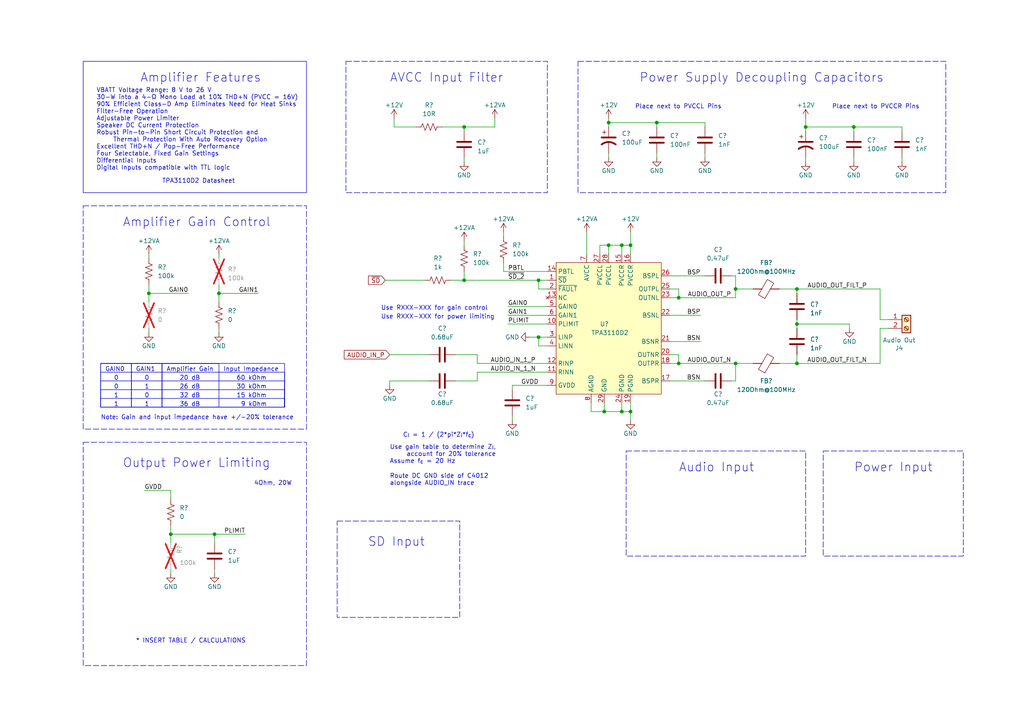
<source format=kicad_sch>
(kicad_sch (version 20230121) (generator eeschema)
  (paper "A4")
  (title_block (title "Audio Amplifier") (date "2023-07-23") (rev "V1") (company "Geeks For Kids") (comment 1 "Design for Manufacturing by JLCPCB"))
  (lib_symbols
    (symbol "Connector:Screw_Terminal_01x02" (pin_names (offset 1.016) hide)
      (property "Reference" "J" (at 0 2.54 0))
      (property "Value" "Screw_Terminal_01x02" (at 0 -5.08 0))
      (symbol "Screw_Terminal_01x02_1_1"
        (rectangle (start -1.27 1.27) (end 1.27 -3.81) (stroke (width 0.254)) (fill (type background)))
        (circle (center 0 -2.54) (radius 0.635) (stroke (width 0.1524)))
        (polyline (pts (xy -0.5334 -2.2098) (xy 0.3302 -3.048)) (stroke (width 0.1524)))
        (polyline (pts (xy -0.5334 0.3302) (xy 0.3302 -0.508)) (stroke (width 0.1524)))
        (polyline (pts (xy -0.3556 -2.032) (xy 0.508 -2.8702)) (stroke (width 0.1524)))
        (polyline (pts (xy -0.3556 0.508) (xy 0.508 -0.3302)) (stroke (width 0.1524)))
        (circle (center 0 0) (radius 0.635) (stroke (width 0.1524)))
        (pin passive line (at -5.08 0 0) (length 3.81) (name "Pin_1") (number "1"))
        (pin passive line (at -5.08 -2.54 0) (length 3.81) (name "Pin_2") (number "2"))
      )
    )
    (symbol "Device:C" (pin_numbers hide) (pin_names (offset 0.254))
      (property "Reference" "C" (at 0.635 2.54 0))
      (property "Value" "C" (at 0.635 -2.54 0))
      (symbol "C_0_1"
        (polyline (pts (xy -2.032 -0.762) (xy 2.032 -0.762)) (stroke (width 0.508)))
        (polyline (pts (xy -2.032 0.762) (xy 2.032 0.762)) (stroke (width 0.508)))
      )
      (symbol "C_1_1"
        (pin passive line (at 0 3.81 270) (length 2.794) (name "~") (number "1"))
        (pin passive line (at 0 -3.81 90) (length 2.794) (name "~") (number "2"))
      )
    )
    (symbol "Device:C_Polarized_US" (pin_numbers hide) (pin_names (offset 0.254) hide)
      (property "Reference" "C" (at 0.635 2.54 0))
      (property "Value" "C_Polarized_US" (at 0.635 -2.54 0))
      (symbol "C_Polarized_US_0_1"
        (polyline (pts (xy -2.032 0.762) (xy 2.032 0.762)) (stroke (width 0.508)))
        (polyline (pts (xy -1.778 2.286) (xy -0.762 2.286)))
        (polyline (pts (xy -1.27 1.778) (xy -1.27 2.794)))
        (arc (start 2.032 -1.27) (mid 0 -0.5572) (end -2.032 -1.27) (stroke (width 0.508)))
      )
      (symbol "C_Polarized_US_1_1"
        (pin passive line (at 0 3.81 270) (length 2.794) (name "~") (number "1"))
        (pin passive line (at 0 -3.81 90) (length 3.302) (name "~") (number "2"))
      )
    )
    (symbol "Device:FerriteBead" (pin_numbers hide) (pin_names (offset 0))
      (property "Reference" "FB" (at -3.81 0.635 90))
      (property "Value" "FerriteBead" (at 3.81 0 90))
      (symbol "FerriteBead_0_1"
        (polyline (pts (xy 0 -1.27) (xy 0 -1.2192)))
        (polyline (pts (xy 0 1.27) (xy 0 1.2954)))
        (polyline (pts (xy -2.7686 0.4064) (xy -1.7018 2.2606) (xy 2.7686 -0.3048) (xy 1.6764 -2.159) (xy -2.7686 0.4064)))
      )
      (symbol "FerriteBead_1_1"
        (pin passive line (at 0 3.81 270) (length 2.54) (name "~") (number "1"))
        (pin passive line (at 0 -3.81 90) (length 2.54) (name "~") (number "2"))
      )
    )
    (symbol "Device:R_US" (pin_numbers hide) (pin_names (offset 0))
      (property "Reference" "R" (at 2.54 0 90))
      (property "Value" "R_US" (at -2.54 0 90))
      (symbol "R_US_0_1"
        (polyline (pts (xy 0 -2.286) (xy 0 -2.54)))
        (polyline (pts (xy 0 2.286) (xy 0 2.54)))
        (polyline (pts (xy 0 -0.762) (xy 1.016 -1.143) (xy 0 -1.524) (xy -1.016 -1.905) (xy 0 -2.286)))
        (polyline (pts (xy 0 0.762) (xy 1.016 0.381) (xy 0 0) (xy -1.016 -0.381) (xy 0 -0.762)))
        (polyline (pts (xy 0 2.286) (xy 1.016 1.905) (xy 0 1.524) (xy -1.016 1.143) (xy 0 0.762)))
      )
      (symbol "R_US_1_1"
        (pin passive line (at 0 3.81 270) (length 1.27) (name "~") (number "1"))
        (pin passive line (at 0 -3.81 90) (length 1.27) (name "~") (number "2"))
      )
    )
    (symbol "Electronics_Caddy:TPA3110D2"
      (property "Reference" "U" (at 15.24 -15.24 0))
      (property "Value" "TPA3110D2" (at 15.24 -17.78 0))
      (symbol "TPA3110D2_0_1"
        (rectangle (start 0 2.54) (end 30.48 -35.56) (fill (type background)))
      )
      (symbol "TPA3110D2_1_1"
        (pin input line (at -2.54 -2.54 0) (length 2.54) (name "~{SD}") (number "1"))
        (pin input line (at -2.54 -15.24 0) (length 2.54) (name "PLIMIT") (number "10"))
        (pin input line (at -2.54 -29.21 0) (length 2.54) (name "RINN") (number "11"))
        (pin input line (at -2.54 -26.67 0) (length 2.54) (name "RINP") (number "12"))
        (pin no_connect line (at -2.54 -7.62 0) (length 2.54) (name "NC") (number "13"))
        (pin input line (at -2.54 0 0) (length 2.54) (name "PBTL") (number "14"))
        (pin power_out line (at 19.05 5.08 270) (length 2.54) (name "PVCCR") (number "15"))
        (pin power_out line (at 21.59 5.08 270) (length 2.54) (name "PVCCR") (number "16"))
        (pin input line (at 33.02 -31.75 180) (length 2.54) (name "BSPR") (number "17"))
        (pin output line (at 33.02 -26.67 180) (length 2.54) (name "OUTPR") (number "18"))
        (pin power_in line (at 21.59 -38.1 90) (length 2.54) (name "PGND") (number "19"))
        (pin open_collector line (at -2.54 -5.08 0) (length 2.54) (name "~{FAULT}") (number "2"))
        (pin output line (at 33.02 -24.13 180) (length 2.54) (name "OUTNR") (number "20"))
        (pin input line (at 33.02 -20.32 180) (length 2.54) (name "BSNR") (number "21"))
        (pin input line (at 33.02 -12.7 180) (length 2.54) (name "BSNL") (number "22"))
        (pin output line (at 33.02 -7.62 180) (length 2.54) (name "OUTNL") (number "23"))
        (pin power_in line (at 19.05 -38.1 90) (length 2.54) (name "PGND") (number "24"))
        (pin output line (at 33.02 -5.08 180) (length 2.54) (name "OUTPL") (number "25"))
        (pin input line (at 33.02 -1.27 180) (length 2.54) (name "BSPL") (number "26"))
        (pin power_in line (at 12.7 5.08 270) (length 2.54) (name "PVCCL") (number "27"))
        (pin power_in line (at 15.24 5.08 270) (length 2.54) (name "PVCCL") (number "28"))
        (pin power_in line (at 13.97 -38.1 90) (length 2.54) (name "GND") (number "29"))
        (pin input line (at -2.54 -19.05 0) (length 2.54) (name "LINP") (number "3"))
        (pin input line (at -2.54 -21.59 0) (length 2.54) (name "LINN") (number "4"))
        (pin input line (at -2.54 -10.16 0) (length 2.54) (name "GAIN0") (number "5"))
        (pin input line (at -2.54 -12.7 0) (length 2.54) (name "GAIN1") (number "6"))
        (pin power_in line (at 8.89 5.08 270) (length 2.54) (name "AVCC") (number "7"))
        (pin power_in line (at 10.16 -38.1 90) (length 2.54) (name "AGND") (number "8"))
        (pin power_out line (at -2.54 -33.02 0) (length 2.54) (name "GVDD") (number "9"))
      )
    )
    (symbol "PCM_4ms_Power-symbol:GND" (power) (pin_numbers hide) (pin_names (offset 0) hide)
      (property "Value" "GND" (at 0 -3.81 0))
      (symbol "GND_0_1"
        (polyline (pts (xy 0 0) (xy 0 -1.27) (xy 1.27 -1.27) (xy 0 -2.54) (xy -1.27 -1.27) (xy 0 -1.27)))
      )
      (symbol "GND_1_1"
        (pin power_in line (at 0 0 270) (length 0) hide (name "GND") (number "1"))
      )
    )
    (symbol "power:+12V" (power) (pin_numbers hide) (pin_names (offset 0) hide)
      (property "Value" "+12V" (at 0 3.556 0))
      (symbol "+12V_0_1"
        (polyline (pts (xy -0.762 1.27) (xy 0 2.54)))
        (polyline (pts (xy 0 0) (xy 0 2.54)))
        (polyline (pts (xy 0 2.54) (xy 0.762 1.27)))
      )
      (symbol "+12V_1_1"
        (pin power_in line (at 0 0 90) (length 0) hide (name "+12V") (number "1"))
      )
    )
    (symbol "power:+12VA" (power) (pin_numbers hide) (pin_names (offset 0) hide)
      (property "Value" "+12VA" (at 0 3.556 0))
      (symbol "+12VA_0_1"
        (polyline (pts (xy -0.762 1.27) (xy 0 2.54)))
        (polyline (pts (xy 0 0) (xy 0 2.54)))
        (polyline (pts (xy 0 2.54) (xy 0.762 1.27)))
      )
      (symbol "+12VA_1_1"
        (pin power_in line (at 0 0 90) (length 0) hide (name "+12VA") (number "1"))
      )
    )
  )
  (junction (at 213.36 83.82))
  (junction (at 231.14 83.82))
  (junction (at 180.34 119.38))
  (junction (at 62.23 154.94))
  (junction (at 182.88 119.38))
  (junction (at 196.85 86.36))
  (junction (at 175.26 119.38))
  (junction (at 233.68 36.83))
  (junction (at 180.34 71.12))
  (junction (at 134.62 36.83))
  (junction (at 176.53 35.56))
  (junction (at 190.5 35.56))
  (junction (at 231.14 93.98))
  (junction (at 176.53 71.12))
  (junction (at 156.21 97.79))
  (junction (at 63.5 85.09))
  (junction (at 134.62 81.28))
  (junction (at 213.36 105.41))
  (junction (at 247.65 36.83))
  (junction (at 43.18 85.09))
  (junction (at 156.21 81.28))
  (junction (at 196.85 105.41))
  (junction (at 231.14 105.41))
  (junction (at 182.88 71.12))
  (junction (at 49.53 154.94))
  (wire (pts (xy 196.85 105.41) (xy 213.36 105.41)))
  (wire (pts (xy 158.75 97.79) (xy 156.21 97.79)))
  (wire (pts (xy 247.65 38.1) (xy 247.65 36.83)))
  (wire (pts (xy 204.47 44.45) (xy 204.47 45.72)))
  (wire (pts (xy 173.99 73.66) (xy 173.99 71.12)))
  (wire (pts (xy 41.91 142.24) (xy 49.53 142.24)))
  (wire (pts (xy 43.18 85.09) (xy 54.61 85.09)))
  (wire (pts (xy 63.5 82.55) (xy 63.5 85.09)))
  (wire (pts (xy 233.68 36.83) (xy 247.65 36.83)))
  (wire (pts (xy 190.5 35.56) (xy 204.47 35.56)))
  (wire (pts (xy 176.53 71.12) (xy 176.53 73.66)))
  (wire (pts (xy 196.85 86.36) (xy 196.85 83.82)))
  (wire (pts (xy 182.88 67.31) (xy 182.88 71.12)))
  (wire (pts (xy 190.5 44.45) (xy 190.5 45.72)))
  (wire (pts (xy 128.27 36.83) (xy 134.62 36.83)))
  (wire (pts (xy 176.53 71.12) (xy 180.34 71.12)))
  (wire (pts (xy 62.23 157.48) (xy 62.23 154.94)))
  (wire (pts (xy 132.08 110.49) (xy 138.43 110.49)))
  (wire (pts (xy 138.43 105.41) (xy 158.75 105.41)))
  (wire (pts (xy 138.43 105.41) (xy 138.43 102.87)))
  (wire (pts (xy 182.88 119.38) (xy 182.88 121.92)))
  (wire (pts (xy 43.18 85.09) (xy 43.18 87.63)))
  (wire (pts (xy 148.59 121.92) (xy 148.59 120.65)))
  (wire (pts (xy 180.34 119.38) (xy 182.88 119.38)))
  (wire (pts (xy 114.3 34.29) (xy 114.3 36.83)))
  (wire (pts (xy 196.85 102.87) (xy 194.31 102.87)))
  (wire (pts (xy 134.62 45.72) (xy 134.62 46.99)))
  (wire (pts (xy 114.3 36.83) (xy 120.65 36.83)))
  (wire (pts (xy 171.45 119.38) (xy 175.26 119.38)))
  (wire (pts (xy 231.14 83.82) (xy 255.27 83.82)))
  (wire (pts (xy 175.26 116.84) (xy 175.26 119.38)))
  (wire (pts (xy 147.32 88.9) (xy 158.75 88.9)))
  (wire (pts (xy 247.65 36.83) (xy 261.62 36.83)))
  (wire (pts (xy 113.03 110.49) (xy 124.46 110.49)))
  (wire (pts (xy 49.53 142.24) (xy 49.53 144.78)))
  (wire (pts (xy 194.31 110.49) (xy 204.47 110.49)))
  (wire (pts (xy 182.88 71.12) (xy 182.88 73.66)))
  (wire (pts (xy 213.36 80.01) (xy 213.36 83.82)))
  (wire (pts (xy 63.5 85.09) (xy 63.5 87.63)))
  (wire (pts (xy 255.27 105.41) (xy 255.27 95.25)))
  (wire (pts (xy 113.03 102.87) (xy 124.46 102.87)))
  (wire (pts (xy 43.18 95.25) (xy 43.18 96.52)))
  (wire (pts (xy 233.68 34.29) (xy 233.68 36.83)))
  (wire (pts (xy 231.14 105.41) (xy 255.27 105.41)))
  (wire (pts (xy 148.59 113.03) (xy 148.59 111.76)))
  (wire (pts (xy 247.65 45.72) (xy 247.65 46.99)))
  (wire (pts (xy 180.34 71.12) (xy 182.88 71.12)))
  (wire (pts (xy 231.14 92.71) (xy 231.14 93.98)))
  (wire (pts (xy 148.59 111.76) (xy 158.75 111.76)))
  (wire (pts (xy 261.62 45.72) (xy 261.62 46.99)))
  (wire (pts (xy 213.36 110.49) (xy 212.09 110.49)))
  (wire (pts (xy 49.53 154.94) (xy 49.53 157.48)))
  (wire (pts (xy 62.23 154.94) (xy 71.12 154.94)))
  (wire (pts (xy 156.21 83.82) (xy 158.75 83.82)))
  (wire (pts (xy 134.62 69.85) (xy 134.62 71.12)))
  (wire (pts (xy 175.26 119.38) (xy 180.34 119.38)))
  (wire (pts (xy 43.18 82.55) (xy 43.18 85.09)))
  (wire (pts (xy 180.34 116.84) (xy 180.34 119.38)))
  (wire (pts (xy 156.21 100.33) (xy 158.75 100.33)))
  (wire (pts (xy 49.53 165.1) (xy 49.53 166.37)))
  (wire (pts (xy 194.31 105.41) (xy 196.85 105.41)))
  (wire (pts (xy 134.62 78.74) (xy 134.62 81.28)))
  (wire (pts (xy 233.68 38.1) (xy 233.68 36.83)))
  (wire (pts (xy 231.14 105.41) (xy 231.14 102.87)))
  (wire (pts (xy 49.53 152.4) (xy 49.53 154.94)))
  (wire (pts (xy 176.53 35.56) (xy 190.5 35.56)))
  (wire (pts (xy 261.62 38.1) (xy 261.62 36.83)))
  (wire (pts (xy 132.08 102.87) (xy 138.43 102.87)))
  (wire (pts (xy 171.45 116.84) (xy 171.45 119.38)))
  (wire (pts (xy 255.27 92.71) (xy 255.27 83.82)))
  (wire (pts (xy 134.62 81.28) (xy 156.21 81.28)))
  (wire (pts (xy 156.21 81.28) (xy 156.21 83.82)))
  (wire (pts (xy 246.38 95.25) (xy 246.38 93.98)))
  (wire (pts (xy 146.05 78.74) (xy 146.05 76.2)))
  (wire (pts (xy 63.5 95.25) (xy 63.5 96.52)))
  (wire (pts (xy 170.18 67.31) (xy 170.18 73.66)))
  (wire (pts (xy 255.27 92.71) (xy 257.81 92.71)))
  (wire (pts (xy 173.99 71.12) (xy 176.53 71.12)))
  (wire (pts (xy 231.14 83.82) (xy 231.14 85.09)))
  (wire (pts (xy 213.36 80.01) (xy 212.09 80.01)))
  (wire (pts (xy 49.53 154.94) (xy 62.23 154.94)))
  (wire (pts (xy 143.51 34.29) (xy 143.51 36.83)))
  (wire (pts (xy 130.81 81.28) (xy 134.62 81.28)))
  (wire (pts (xy 62.23 165.1) (xy 62.23 166.37)))
  (wire (pts (xy 246.38 93.98) (xy 231.14 93.98)))
  (wire (pts (xy 138.43 107.95) (xy 158.75 107.95)))
  (wire (pts (xy 156.21 97.79) (xy 153.67 97.79)))
  (wire (pts (xy 134.62 36.83) (xy 134.62 38.1)))
  (wire (pts (xy 213.36 83.82) (xy 213.36 86.36)))
  (wire (pts (xy 180.34 73.66) (xy 180.34 71.12)))
  (wire (pts (xy 146.05 78.74) (xy 158.75 78.74)))
  (wire (pts (xy 182.88 116.84) (xy 182.88 119.38)))
  (wire (pts (xy 194.31 80.01) (xy 204.47 80.01)))
  (wire (pts (xy 233.68 45.72) (xy 233.68 46.99)))
  (wire (pts (xy 63.5 85.09) (xy 74.93 85.09)))
  (wire (pts (xy 138.43 110.49) (xy 138.43 107.95)))
  (wire (pts (xy 176.53 34.29) (xy 176.53 35.56)))
  (wire (pts (xy 63.5 73.66) (xy 63.5 74.93)))
  (wire (pts (xy 226.06 105.41) (xy 231.14 105.41)))
  (wire (pts (xy 111.76 81.28) (xy 123.19 81.28)))
  (wire (pts (xy 194.31 91.44) (xy 203.2 91.44)))
  (wire (pts (xy 194.31 99.06) (xy 203.2 99.06)))
  (wire (pts (xy 134.62 36.83) (xy 143.51 36.83)))
  (wire (pts (xy 176.53 44.45) (xy 176.53 45.72)))
  (wire (pts (xy 196.85 86.36) (xy 213.36 86.36)))
  (wire (pts (xy 147.32 91.44) (xy 158.75 91.44)))
  (wire (pts (xy 213.36 105.41) (xy 218.44 105.41)))
  (wire (pts (xy 147.32 93.98) (xy 158.75 93.98)))
  (wire (pts (xy 190.5 36.83) (xy 190.5 35.56)))
  (wire (pts (xy 231.14 93.98) (xy 231.14 95.25)))
  (wire (pts (xy 113.03 111.76) (xy 113.03 110.49)))
  (wire (pts (xy 196.85 83.82) (xy 194.31 83.82)))
  (wire (pts (xy 204.47 36.83) (xy 204.47 35.56)))
  (wire (pts (xy 194.31 86.36) (xy 196.85 86.36)))
  (wire (pts (xy 176.53 36.83) (xy 176.53 35.56)))
  (wire (pts (xy 156.21 81.28) (xy 158.75 81.28)))
  (wire (pts (xy 213.36 110.49) (xy 213.36 105.41)))
  (wire (pts (xy 146.05 67.31) (xy 146.05 68.58)))
  (wire (pts (xy 255.27 95.25) (xy 257.81 95.25)))
  (wire (pts (xy 156.21 97.79) (xy 156.21 100.33)))
  (wire (pts (xy 196.85 105.41) (xy 196.85 102.87)))
  (wire (pts (xy 43.18 73.66) (xy 43.18 74.93)))
  (wire (pts (xy 213.36 83.82) (xy 218.44 83.82)))
  (wire (pts (xy 226.06 83.82) (xy 231.14 83.82)))
  (rectangle (start 238.76 130.81) (end 279.4 161.29) (stroke (width 0) (type dash)))
  (rectangle (start 29.21 105.41) (end 38.1 118.11))
  (rectangle (start 167.64 17.78) (end 274.32 55.88) (stroke (width 0) (type dash)))
  (rectangle (start 97.79 151.13) (end 133.35 179.07) (stroke (width 0) (type dash)))
  (rectangle (start 29.21 115.57) (end 82.55 118.11))
  (rectangle (start 24.13 128.27) (end 88.9 193.04) (stroke (width 0) (type dash)))
  (rectangle (start 100.33 17.78) (end 158.75 55.88) (stroke (width 0) (type dash)))
  (rectangle (start 38.1 105.41) (end 46.99 118.11))
  (rectangle (start 24.13 17.78) (end 88.9 55.88))
  (rectangle (start 181.61 130.81) (end 233.68 161.29) (stroke (width 0) (type dash)))
  (rectangle (start 29.21 105.41) (end 82.55 118.11))
  (rectangle (start 24.13 59.69) (end 88.9 124.46) (stroke (width 0) (type dash)))
  (rectangle (start 46.99 105.41) (end 63.5 118.11))
  (rectangle (start 29.21 110.49) (end 82.55 118.11))
  (rectangle (start 29.21 113.03) (end 82.55 118.11))
  (rectangle (start 29.21 107.95) (end 82.55 118.11))
  (text "30 kOhm" (at 68.58 113.03 0) (effects (font (size 1.27 1.27)) (justify left bottom)))
  (text "Route DC GND side of C4012 \nalongside AUDIO_IN trace" (at 113.03 140.97 0) (effects (font (size 1.27 1.27)) (justify left bottom)))
  (text "Use gain table to determine Z_{I}, \n     account for 20% tolerance\nAssume f_{c} = 20 Hz" (at 113.03 134.62 0) (effects (font (size 1.27 1.27)) (justify left bottom)))
  (text "Use RXXX-XXX for power limiting" (at 110.49 92.71 0) (effects (font (size 1.27 1.27)) (justify left bottom)))
  (text "Amplifier Gain Control" (at 35.56 66.04 0) (effects (font (size 2.54 2.54)) (justify left bottom)))
  (text "0" (at 41.91 115.57 0) (effects (font (size 1.27 1.27)) (justify left bottom)))
  (text "1" (at 41.91 113.03 0) (effects (font (size 1.27 1.27)) (justify left bottom)))
  (text "0" (at 33.02 110.49 0) (effects (font (size 1.27 1.27)) (justify left bottom)))
  (text "GAIN0" (at 30.48 107.95 0) (effects (font (size 1.27 1.27)) (justify left bottom)))
  (text "Output Power Limiting" (at 35.56 135.89 0) (effects (font (size 2.54 2.54)) (justify left bottom)))
  (text "32 dB" (at 52.07 115.57 0) (effects (font (size 1.27 1.27)) (justify left bottom)))
  (text "0" (at 41.91 110.49 0) (effects (font (size 1.27 1.27)) (justify left bottom)))
  (text "1" (at 41.91 118.11 0) (effects (font (size 1.27 1.27)) (justify left bottom)))
  (text "C_{I} = 1 / (2*pi*Z_{I}*f_{c})" (at 116.84 127 0) (effects (font (size 1.27 1.27)) (justify left bottom)))
  (text "Use RXXX-XXX for gain control" (at 110.49 90.17 0) (effects (font (size 1.27 1.27)) (justify left bottom)))
  (text "20 dB" (at 52.07 110.49 0) (effects (font (size 1.27 1.27)) (justify left bottom)))
  (text "* INSERT TABLE / CALCULATIONS" (at 39.37 186.69 0) (effects (font (size 1.27 1.27)) (justify left bottom)))
  (text "SD Input" (at 106.68 158.75 0) (effects (font (size 2.54 2.54)) (justify left bottom)))
  (text "Audio Input" (at 196.85 137.16 0) (effects (font (size 2.54 2.54)) (justify left bottom)))
  (text "Note: Gain and input impedance have +/-20% tolerance" (at 29.21 121.92 0) (effects (font (size 1.27 1.27)) (justify left bottom)))
  (text "1" (at 33.02 118.11 0) (effects (font (size 1.27 1.27)) (justify left bottom)))
  (text "0" (at 33.02 113.03 0) (effects (font (size 1.27 1.27)) (justify left bottom)))
  (text "26 dB" (at 52.07 113.03 0) (effects (font (size 1.27 1.27)) (justify left bottom)))
  (text "VBATT Voltage Range: 8 V to 26 V\n30-W into a 4-Ω Mono Load at 10% THD+N (PVCC = 16V)\n90% Efficient Class-D Amp Eliminates Need for Heat Sinks\nFilter-Free Operation\nAdjustable Power Limiter\nSpeaker DC Current Protection\nRobust Pin-to-Pin Short Circuit Protection and \n     Thermal Protection With Auto Recovery Option\nExcellent THD+N / Pop-Free Performance\nFour Selectable, Fixed Gain Settings\nDifferential Inputs\nDigital Inputs compatible with TTL logic" (at 27.94 49.53 0) (effects (font (size 1.27 1.27)) (justify left bottom)))
  (text "Amplifier Features" (at 40.64 24.13 0) (effects (font (size 2.54 2.54)) (justify left bottom)))
  (text "Amplifier Gain" (at 48.26 107.95 0) (effects (font (size 1.27 1.27)) (justify left bottom)))
  (text "Power Input" (at 247.65 137.16 0) (effects (font (size 2.54 2.54)) (justify left bottom)))
  (text "36 dB" (at 52.07 118.11 0) (effects (font (size 1.27 1.27)) (justify left bottom)))
  (text "4Ohm, 20W" (at 73.66 140.97 0) (effects (font (size 1.27 1.27)) (justify left bottom)))
  (text "TPA3110D2 Datasheet" (at 46.99 53.34 0) (effects (font (size 1.27 1.27)) (justify left bottom)))
  (text "AVCC Input Filter" (at 113.03 24.13 0) (effects (font (size 2.54 2.54)) (justify left bottom)))
  (text "15 kOhm" (at 68.58 115.57 0) (effects (font (size 1.27 1.27)) (justify left bottom)))
  (text "9 kOhm" (at 69.85 118.11 0) (effects (font (size 1.27 1.27)) (justify left bottom)))
  (text "Place next to PVCCR Pins" (at 241.3 31.75 0) (effects (font (size 1.27 1.27)) (justify left bottom)))
  (text "1" (at 33.02 115.57 0) (effects (font (size 1.27 1.27)) (justify left bottom)))
  (text "GAIN1" (at 39.37 107.95 0) (effects (font (size 1.27 1.27)) (justify left bottom)))
  (text "60 kOhm" (at 68.58 110.49 0) (effects (font (size 1.27 1.27)) (justify left bottom)))
  (text "Input Impedance" (at 64.77 107.95 0) (effects (font (size 1.27 1.27)) (justify left bottom)))
  (text "Power Supply Decoupling Capacitors" (at 185.42 24.13 0) (effects (font (size 2.54 2.54)) (justify left bottom)))
  (text "Place next to PVCCL Pins" (at 184.15 31.75 0) (effects (font (size 1.27 1.27)) (justify left bottom)))
  (label "GAIN1" (at 74.93 85.09 180))
  (label "GVDD" (at 151.13 111.76 0))
  (label "GAIN1" (at 147.32 91.44 0))
  (label "GAIN0" (at 147.32 88.9 0))
  (label "GAIN0" (at 54.61 85.09 180))
  (label "AUDIO_OUT_P" (at 212.09 86.36 180))
  (label "BSP" (at 203.2 91.44 180))
  (label "AUDIO_OUT_FILT_N" (at 251.46 105.41 180))
  (label "BSN" (at 203.2 110.49 180))
  (label "AUDIO_IN_1_N" (at 142.24 107.95 0))
  (label "AUDIO_OUT_FILT_P" (at 251.46 83.82 180))
  (label "PLIMIT" (at 147.32 93.98 0))
  (label "AUDIO_OUT_N" (at 212.09 105.41 180))
  (label "PLIMIT" (at 71.12 154.94 180))
  (label "AUDIO_IN_1_P" (at 142.24 105.41 0))
  (label "BSN" (at 203.2 99.06 180))
  (label "~{SD_2}" (at 147.32 81.28 0))
  (label "GVDD" (at 41.91 142.24 0))
  (label "BSP" (at 203.2 80.01 180))
  (label "PBTL" (at 147.32 78.74 0))
  (global_label "AUDIO_IN_P" (shape input) (at 113.03 102.87 180) (property "Intersheetrefs" "${INTERSHEET_REFS}" (effects hide)))
  (global_label "~{SD}" (shape input) (at 111.76 81.28 180) (property "Intersheetrefs" "${INTERSHEET_REFS}" (effects hide)))
  (symbol (lib_id "PCM_4ms_Power-symbol:GND") (at 63.5 96.52 0) (unit 1)
    (property "Reference" "#PWR?" (effects hide))
    (property "Value" "GND" (at 63.5 100.33 0))
  )
  (symbol (lib_id "PCM_4ms_Power-symbol:GND") (at 148.59 121.92 0) (unit 1)
    (property "Reference" "#PWR?" (effects hide))
    (property "Value" "GND" (at 148.59 125.73 0))
  )
  (symbol (lib_id "Device:C") (at 208.28 80.01 270) (unit 1)
    (property "Reference" "C?" (at 208.28 72.39 90))
    (property "Value" "0.47uF" (at 208.28 74.93 90))
    (property "Footprint" "Capacitor_SMD:C_0402_1005Metric" (effects hide))
    (property "MPN" "C437527" (effects hide))
  )
  (symbol (lib_id "Device:R_US") (at 63.5 91.44 0) (unit 1)
    (property "Reference" "R?" (at 66.04 90.17 0) (effects (justify left)))
    (property "Value" "0" (at 66.04 92.71 0) (effects (justify left)))
    (property "Footprint" "Resistor_SMD:R_0402_1005Metric" (effects hide))
    (property "MPN" "C17168" (effects hide))
  )
  (symbol (lib_id "Electronics_Caddy:TPA3110D2") (at 161.29 78.74 0) (unit 1)
    (property "Reference" "U?" (at 173.99 93.98 0) (effects (justify left)))
    (property "Value" "TPA3110D2" (at 171.45 96.52 0) (effects (justify left)))
    (property "Footprint" "Package_SO:HTSSOP-28-1EP_4.4x9.7mm_P0.65mm_EP3.4x9.5mm_Mask2.4x6.17mm_ThermalVias" (effects hide))
    (property "Datasheet" "https://www.ti.com/lit/ds/symlink/tpa3110d2.pdf?HQS=dis-dk-null-digikeymode-dsf-pf-null-wwe&ts=1690057414294&ref_url=https%253A%252F%252Fwww.ti.com%252Fgeneral%252Fdocs%252Fsuppproductinfo.tsp%253FdistId%253D10%2526gotoUrl%253Dhttps%253A%252F%252Fwww.ti.com%252Flit%252Fgpn%252Ftpa3110d2" (effects hide))
    (property "MPN" "C30132" (effects hide))
  )
  (symbol (lib_id "Device:C") (at 204.47 40.64 0) (unit 1)
    (property "Reference" "C?" (at 208.28 39.37 0) (effects (justify left)))
    (property "Value" "1nF" (at 208.28 41.91 0) (effects (justify left)))
    (property "Footprint" "Capacitor_SMD:C_0402_1005Metric" (effects hide))
    (property "MPN" "C106205" (effects hide))
  )
  (symbol (lib_id "power:+12VA") (at 143.51 34.29 0) (unit 1)
    (property "Reference" "#PWR?" (effects hide))
    (property "Value" "+12VA" (at 143.51 30.48 0))
  )
  (symbol (lib_id "Device:R_US") (at 43.18 78.74 0) (unit 1)
    (property "Reference" "R?" (at 45.72 77.47 0) (effects (justify left)))
    (property "Value" "100k" (at 45.72 80.01 0) (effects (justify left)))
    (property "Footprint" "Resistor_SMD:R_0402_1005Metric" (effects hide))
    (property "MPN" "C60491" (effects hide))
  )
  (symbol (lib_id "PCM_4ms_Power-symbol:GND") (at 247.65 46.99 0) (unit 1)
    (property "Reference" "#PWR?" (effects hide))
    (property "Value" "GND" (at 247.65 50.8 0))
  )
  (symbol (lib_id "Device:C") (at 190.5 40.64 0) (unit 1)
    (property "Reference" "C?" (at 194.31 39.37 0) (effects (justify left)))
    (property "Value" "100nF" (at 194.31 41.91 0) (effects (justify left)))
    (property "Footprint" "Capacitor_SMD:C_0402_1005Metric" (effects hide))
    (property "MPN" "C105882" (effects hide))
  )
  (symbol (lib_id "Device:C") (at 62.23 161.29 0) (unit 1)
    (property "Reference" "C?" (at 66.04 160.02 0) (effects (justify left)))
    (property "Value" "1uF" (at 66.04 162.56 0) (effects (justify left)))
    (property "Footprint" "Capacitor_SMD:C_0402_1005Metric" (effects hide))
    (property "MPN" "C1518208" (effects hide))
  )
  (symbol (lib_id "Device:C") (at 148.59 116.84 0) (unit 1)
    (property "Reference" "C?" (at 152.4 115.57 0) (effects (justify left)))
    (property "Value" "1uF" (at 152.4 118.11 0) (effects (justify left)))
    (property "Footprint" "Capacitor_SMD:C_0402_1005Metric" (effects hide))
    (property "MPN" "C1518208" (effects hide))
  )
  (symbol (lib_id "PCM_4ms_Power-symbol:GND") (at 62.23 166.37 0) (unit 1)
    (property "Reference" "#PWR?" (effects hide))
    (property "Value" "GND" (at 62.23 170.18 0))
  )
  (symbol (lib_id "power:+12V") (at 114.3 34.29 0) (unit 1)
    (property "Reference" "#PWR?" (effects hide))
    (property "Value" "+12V" (at 114.3 30.48 0))
  )
  (symbol (lib_id "power:+12VA") (at 134.62 69.85 0) (unit 1)
    (property "Reference" "#PWR?" (effects hide))
    (property "Value" "+12VA" (at 134.62 66.04 0))
  )
  (symbol (lib_id "PCM_4ms_Power-symbol:GND") (at 153.67 97.79 270) (unit 1)
    (property "Reference" "#PWR?" (effects hide))
    (property "Value" "GND" (at 148.59 97.79 90))
  )
  (symbol (lib_id "power:+12VA") (at 63.5 73.66 0) (unit 1)
    (property "Reference" "#PWR?" (effects hide))
    (property "Value" "+12VA" (at 63.5 69.85 0))
  )
  (symbol (lib_id "Device:R_US") (at 43.18 91.44 0) (unit 1) (dnp yes)
    (property "Reference" "R?" (at 45.72 90.17 0) (effects (justify left)))
    (property "Value" "0" (at 45.72 92.71 0) (effects (justify left)))
    (property "Footprint" "Resistor_SMD:R_0402_1005Metric" (effects hide))
    (property "MPN" "C17168" (effects hide))
  )
  (symbol (lib_id "PCM_4ms_Power-symbol:GND") (at 176.53 45.72 0) (unit 1)
    (property "Reference" "#PWR?" (effects hide))
    (property "Value" "GND" (at 176.53 49.53 0))
  )
  (symbol (lib_id "Device:C") (at 261.62 41.91 0) (unit 1)
    (property "Reference" "C?" (at 265.43 40.64 0) (effects (justify left)))
    (property "Value" "1nF" (at 265.43 43.18 0) (effects (justify left)))
    (property "Footprint" "Capacitor_SMD:C_0402_1005Metric" (effects hide))
    (property "MPN" "C106205" (effects hide))
  )
  (symbol (lib_id "Device:C") (at 231.14 88.9 0) (unit 1)
    (property "Reference" "C?" (at 234.95 88.265 0) (effects (justify left)))
    (property "Value" "1nF" (at 234.95 90.805 0) (effects (justify left)))
    (property "Footprint" "Capacitor_SMD:C_0402_1005Metric" (effects hide))
    (property "MPN" "C106205" (effects hide))
  )
  (symbol (lib_id "Device:FerriteBead") (at 222.25 105.41 90) (unit 1)
    (property "Reference" "FB?" (at 222.25 110.49 90))
    (property "Value" "120Ohm@100MHz" (at 222.25 113.03 90))
    (property "Footprint" "Inductor_SMD:L_1206_3216Metric" (effects hide))
    (property "Datasheet" "https://datasheet.lcsc.com/lcsc/2205091530_YJYCOIN-YI321611Z121-6R0T_C3011219.pdf" (effects hide))
    (property "MPN" "C3011219" (effects hide))
  )
  (symbol (lib_id "Device:C") (at 128.27 110.49 270) (unit 1)
    (property "Reference" "C?" (at 128.27 114.3 90))
    (property "Value" "0.68uF" (at 128.27 116.84 90))
    (property "Footprint" "Capacitor_SMD:C_0402_1005Metric" (effects hide))
    (property "MPN" "C113784" (effects hide))
  )
  (symbol (lib_id "PCM_4ms_Power-symbol:GND") (at 261.62 46.99 0) (unit 1)
    (property "Reference" "#PWR?" (effects hide))
    (property "Value" "GND" (at 261.62 50.8 0))
  )
  (symbol (lib_id "PCM_4ms_Power-symbol:GND") (at 182.88 121.92 0) (unit 1)
    (property "Reference" "#PWR?" (effects hide))
    (property "Value" "GND" (at 182.88 125.73 0))
  )
  (symbol (lib_id "Device:C") (at 231.14 99.06 0) (unit 1)
    (property "Reference" "C?" (at 234.95 98.425 0) (effects (justify left)))
    (property "Value" "1nF" (at 234.95 100.965 0) (effects (justify left)))
    (property "Footprint" "Capacitor_SMD:C_0402_1005Metric" (effects hide))
    (property "MPN" "C106205" (effects hide))
  )
  (symbol (lib_id "Connector:Screw_Terminal_01x02") (at 262.89 92.71 0) (unit 1)
    (property "Reference" "J4" (at 260.8072 100.965 0))
    (property "Value" "Audio Out" (at 260.8072 98.6536 0))
    (property "Footprint" "Useful Modifications:TerminalBlock_bornier-2_P5.08mm" (effects hide))
    (instances (project "ControlBoardPico_ExpansionBoard" (path "" (reference "J4") (unit 1)) (path "" (reference "J16") (unit 1))))
  )
  (symbol (lib_id "Device:C_Polarized_US") (at 176.53 40.64 0) (unit 1)
    (property "Reference" "C?" (at 180.34 38.735 0) (effects (justify left)))
    (property "Value" "100uF" (at 180.34 41.275 0) (effects (justify left)))
    (property "Footprint" "Capacitor_THT:CP_Radial_D8.0mm_P3.50mm" (effects hide))
    (property "MPN" "C112510" (effects hide))
  )
  (symbol (lib_id "power:+12V") (at 182.88 67.31 0) (unit 1)
    (property "Reference" "#PWR?" (effects hide))
    (property "Value" "+12V" (at 182.88 63.5 0))
  )
  (symbol (lib_id "PCM_4ms_Power-symbol:GND") (at 204.47 45.72 0) (unit 1)
    (property "Reference" "#PWR?" (effects hide))
    (property "Value" "GND" (at 204.47 49.53 0))
  )
  (symbol (lib_id "Device:R_US") (at 134.62 74.93 0) (unit 1)
    (property "Reference" "R?" (at 137.16 73.66 0) (effects (justify left)))
    (property "Value" "100k" (at 137.16 76.2 0) (effects (justify left)))
    (property "Footprint" "Resistor_SMD:R_0402_1005Metric" (effects hide))
    (property "MPN" "C60491" (effects hide))
  )
  (symbol (lib_id "Device:C") (at 247.65 41.91 0) (unit 1)
    (property "Reference" "C?" (at 251.46 40.64 0) (effects (justify left)))
    (property "Value" "100nF" (at 251.46 43.18 0) (effects (justify left)))
    (property "Footprint" "Capacitor_SMD:C_0402_1005Metric" (effects hide))
    (property "MPN" "C105882" (effects hide))
  )
  (symbol (lib_id "Device:C") (at 208.28 110.49 270) (unit 1)
    (property "Reference" "C?" (at 208.28 114.3 90))
    (property "Value" "0.47uF" (at 208.28 116.84 90))
    (property "Footprint" "Capacitor_SMD:C_0402_1005Metric" (effects hide))
    (property "MPN" "C437527" (effects hide))
  )
  (symbol (lib_id "PCM_4ms_Power-symbol:GND") (at 49.53 166.37 0) (unit 1)
    (property "Reference" "#PWR?" (effects hide))
    (property "Value" "GND" (at 49.53 170.18 0))
  )
  (symbol (lib_id "PCM_4ms_Power-symbol:GND") (at 190.5 45.72 0) (unit 1)
    (property "Reference" "#PWR?" (effects hide))
    (property "Value" "GND" (at 190.5 49.53 0))
  )
  (symbol (lib_id "Device:FerriteBead") (at 222.25 83.82 90) (unit 1)
    (property "Reference" "FB?" (at 222.25 76.2 90))
    (property "Value" "120Ohm@100MHz" (at 222.25 78.74 90))
    (property "Footprint" "Inductor_SMD:L_1206_3216Metric" (effects hide))
    (property "Datasheet" "https://datasheet.lcsc.com/lcsc/2205091530_YJYCOIN-YI321611Z121-6R0T_C3011219.pdf" (effects hide))
    (property "MPN" "C3011219" (effects hide))
  )
  (symbol (lib_id "power:+12VA") (at 43.18 73.66 0) (unit 1)
    (property "Reference" "#PWR?" (effects hide))
    (property "Value" "+12VA" (at 43.18 69.85 0))
  )
  (symbol (lib_id "Device:C_Polarized_US") (at 233.68 41.91 0) (unit 1)
    (property "Reference" "C?" (at 237.49 40.005 0) (effects (justify left)))
    (property "Value" "100uF" (at 237.49 42.545 0) (effects (justify left)))
    (property "Footprint" "Capacitor_THT:CP_Radial_D8.0mm_P3.50mm" (effects hide))
    (property "MPN" "C112510" (effects hide))
  )
  (symbol (lib_id "power:+12V") (at 233.68 34.29 0) (unit 1)
    (property "Reference" "#PWR?" (effects hide))
    (property "Value" "+12V" (at 233.68 30.48 0))
  )
  (symbol (lib_id "Device:C") (at 128.27 102.87 90) (unit 1)
    (property "Reference" "C?" (at 128.27 95.25 90))
    (property "Value" "0.68uF" (at 128.27 97.79 90))
    (property "Footprint" "Capacitor_SMD:C_0402_1005Metric" (effects hide))
    (property "MPN" "C113784" (effects hide))
  )
  (symbol (lib_id "PCM_4ms_Power-symbol:GND") (at 113.03 111.76 0) (unit 1)
    (property "Reference" "#PWR?" (effects hide))
    (property "Value" "GND" (at 113.03 115.57 0))
  )
  (symbol (lib_id "Device:R_US") (at 124.46 36.83 90) (unit 1)
    (property "Reference" "R?" (at 124.46 30.48 90))
    (property "Value" "10R" (at 124.46 33.02 90))
    (property "Footprint" "Resistor_SMD:R_0603_1608Metric" (effects hide))
    (property "MPN" "C22859" (effects hide))
  )
  (symbol (lib_id "power:+12VA") (at 170.18 67.31 0) (unit 1)
    (property "Reference" "#PWR?" (effects hide))
    (property "Value" "+12VA" (at 170.18 63.5 0))
  )
  (symbol (lib_id "PCM_4ms_Power-symbol:GND") (at 233.68 46.99 0) (unit 1)
    (property "Reference" "#PWR?" (effects hide))
    (property "Value" "GND" (at 233.68 50.8 0))
  )
  (symbol (lib_id "Device:R_US") (at 49.53 148.59 0) (unit 1)
    (property "Reference" "R?" (at 52.07 147.32 0) (effects (justify left)))
    (property "Value" "0" (at 52.07 149.86 0) (effects (justify left)))
    (property "Footprint" "Resistor_SMD:R_0402_1005Metric" (effects hide))
    (property "MPN" "C17168" (effects hide))
  )
  (symbol (lib_id "Device:C") (at 134.62 41.91 0) (unit 1)
    (property "Reference" "C?" (at 138.43 41.275 0) (effects (justify left)))
    (property "Value" "1uF" (at 138.43 43.815 0) (effects (justify left)))
    (property "Footprint" "Capacitor_SMD:C_0402_1005Metric" (effects hide))
    (property "MPN" "C1518208" (effects hide))
  )
  (symbol (lib_id "PCM_4ms_Power-symbol:GND") (at 43.18 96.52 0) (unit 1)
    (property "Reference" "#PWR?" (effects hide))
    (property "Value" "GND" (at 43.18 100.33 0))
  )
  (symbol (lib_id "power:+12VA") (at 146.05 67.31 0) (unit 1)
    (property "Reference" "#PWR?" (effects hide))
    (property "Value" "+12VA" (at 146.05 63.5 0))
  )
  (symbol (lib_id "Device:R_US") (at 146.05 72.39 0) (unit 1)
    (property "Reference" "R?" (at 148.59 71.12 0) (effects (justify left)))
    (property "Value" "100k" (at 148.59 73.66 0) (effects (justify left)))
    (property "Footprint" "Resistor_SMD:R_0402_1005Metric" (effects hide))
    (property "MPN" "C60491" (effects hide))
  )
  (symbol (lib_id "PCM_4ms_Power-symbol:GND") (at 134.62 46.99 0) (unit 1)
    (property "Reference" "#PWR?" (effects hide))
    (property "Value" "GND" (at 134.62 50.8 0))
  )
  (symbol (lib_id "Device:R_US") (at 63.5 78.74 0) (unit 1) (dnp yes)
    (property "Reference" "R?" (at 66.04 78.105 0) (effects (justify left)))
    (property "Value" "100k" (at 66.04 80.645 0) (effects (justify left)))
    (property "Footprint" "Resistor_SMD:R_0402_1005Metric" (effects hide))
    (property "MPN" "C60491" (effects hide))
  )
  (symbol (lib_id "Device:R_US") (at 49.53 161.29 0) (unit 1) (dnp yes)
    (property "Reference" "R?" (at 52.07 160.655 90) (effects (justify left)))
    (property "Value" "100k" (at 52.07 163.195 0) (effects (justify left)))
    (property "Footprint" "Resistor_SMD:R_0402_1005Metric" (effects hide))
    (property "MPN" "C60491" (effects hide))
  )
  (symbol (lib_id "PCM_4ms_Power-symbol:GND") (at 246.38 95.25 0) (unit 1)
    (property "Reference" "#PWR?" (effects hide))
    (property "Value" "GND" (at 246.38 99.06 0))
  )
  (symbol (lib_id "power:+12V") (at 176.53 34.29 0) (unit 1)
    (property "Reference" "#PWR?" (effects hide))
    (property "Value" "+12V" (at 176.53 30.48 0))
  )
  (symbol (lib_id "Device:R_US") (at 127 81.28 90) (unit 1)
    (property "Reference" "R?" (at 127 74.93 90))
    (property "Value" "1k" (at 127 77.47 90))
    (property "Footprint" "Resistor_SMD:R_0402_1005Metric" (effects hide))
    (property "MPN" "C11702" (effects hide))
  )
)
</source>
